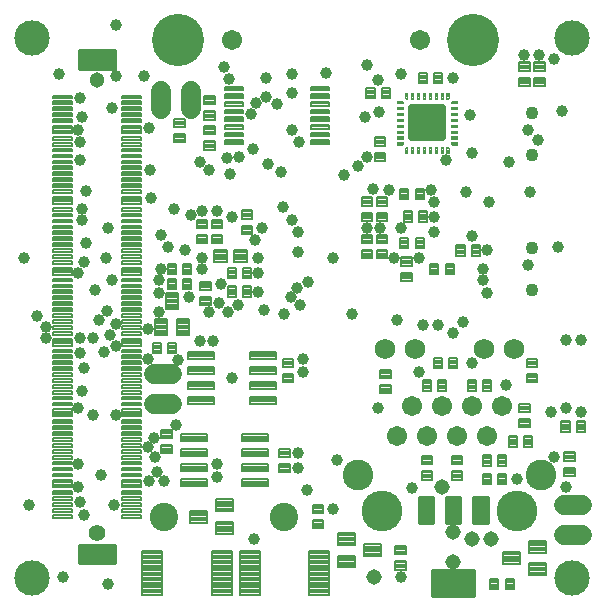
<source format=gbs>
G75*
G70*
%OFA0B0*%
%FSLAX24Y24*%
%IPPOS*%
%LPD*%
%AMOC8*
5,1,8,0,0,1.08239X$1,22.5*
%
%ADD10C,0.1182*%
%ADD11C,0.0082*%
%ADD12C,0.0197*%
%ADD13C,0.0040*%
%ADD14C,0.0082*%
%ADD15C,0.0081*%
%ADD16C,0.1025*%
%ADD17C,0.1360*%
%ADD18C,0.0671*%
%ADD19C,0.0680*%
%ADD20C,0.1740*%
%ADD21C,0.0434*%
%ADD22C,0.0081*%
%ADD23C,0.0082*%
%ADD24C,0.0680*%
%ADD25C,0.0084*%
%ADD26C,0.0085*%
%ADD27C,0.0946*%
%ADD28C,0.0085*%
%ADD29C,0.0080*%
%ADD30C,0.0552*%
%ADD31C,0.0513*%
%ADD32C,0.0390*%
%ADD33C,0.0516*%
D10*
X001496Y002161D03*
X001496Y020165D03*
X019500Y020165D03*
X019500Y002161D03*
D11*
X011400Y003047D02*
X010734Y003047D01*
X011400Y003047D02*
X011400Y001593D01*
X010734Y001593D01*
X010734Y003047D01*
X010734Y001674D02*
X011400Y001674D01*
X011400Y001755D02*
X010734Y001755D01*
X010734Y001836D02*
X011400Y001836D01*
X011400Y001917D02*
X010734Y001917D01*
X010734Y001998D02*
X011400Y001998D01*
X011400Y002079D02*
X010734Y002079D01*
X010734Y002160D02*
X011400Y002160D01*
X011400Y002241D02*
X010734Y002241D01*
X010734Y002322D02*
X011400Y002322D01*
X011400Y002403D02*
X010734Y002403D01*
X010734Y002484D02*
X011400Y002484D01*
X011400Y002565D02*
X010734Y002565D01*
X010734Y002646D02*
X011400Y002646D01*
X011400Y002727D02*
X010734Y002727D01*
X010734Y002808D02*
X011400Y002808D01*
X011400Y002889D02*
X010734Y002889D01*
X010734Y002970D02*
X011400Y002970D01*
X009077Y003047D02*
X008411Y003047D01*
X009077Y003047D02*
X009077Y001593D01*
X008411Y001593D01*
X008411Y003047D01*
X008411Y001674D02*
X009077Y001674D01*
X009077Y001755D02*
X008411Y001755D01*
X008411Y001836D02*
X009077Y001836D01*
X009077Y001917D02*
X008411Y001917D01*
X008411Y001998D02*
X009077Y001998D01*
X009077Y002079D02*
X008411Y002079D01*
X008411Y002160D02*
X009077Y002160D01*
X009077Y002241D02*
X008411Y002241D01*
X008411Y002322D02*
X009077Y002322D01*
X009077Y002403D02*
X008411Y002403D01*
X008411Y002484D02*
X009077Y002484D01*
X009077Y002565D02*
X008411Y002565D01*
X008411Y002646D02*
X009077Y002646D01*
X009077Y002727D02*
X008411Y002727D01*
X008411Y002808D02*
X009077Y002808D01*
X009077Y002889D02*
X008411Y002889D01*
X008411Y002970D02*
X009077Y002970D01*
X008150Y003047D02*
X007484Y003047D01*
X008150Y003047D02*
X008150Y001593D01*
X007484Y001593D01*
X007484Y003047D01*
X007484Y001674D02*
X008150Y001674D01*
X008150Y001755D02*
X007484Y001755D01*
X007484Y001836D02*
X008150Y001836D01*
X008150Y001917D02*
X007484Y001917D01*
X007484Y001998D02*
X008150Y001998D01*
X008150Y002079D02*
X007484Y002079D01*
X007484Y002160D02*
X008150Y002160D01*
X008150Y002241D02*
X007484Y002241D01*
X007484Y002322D02*
X008150Y002322D01*
X008150Y002403D02*
X007484Y002403D01*
X007484Y002484D02*
X008150Y002484D01*
X008150Y002565D02*
X007484Y002565D01*
X007484Y002646D02*
X008150Y002646D01*
X008150Y002727D02*
X007484Y002727D01*
X007484Y002808D02*
X008150Y002808D01*
X008150Y002889D02*
X007484Y002889D01*
X007484Y002970D02*
X008150Y002970D01*
X005827Y003047D02*
X005161Y003047D01*
X005827Y003047D02*
X005827Y001593D01*
X005161Y001593D01*
X005161Y003047D01*
X005161Y001674D02*
X005827Y001674D01*
X005827Y001755D02*
X005161Y001755D01*
X005161Y001836D02*
X005827Y001836D01*
X005827Y001917D02*
X005161Y001917D01*
X005161Y001998D02*
X005827Y001998D01*
X005827Y002079D02*
X005161Y002079D01*
X005161Y002160D02*
X005827Y002160D01*
X005827Y002241D02*
X005161Y002241D01*
X005161Y002322D02*
X005827Y002322D01*
X005827Y002403D02*
X005161Y002403D01*
X005161Y002484D02*
X005827Y002484D01*
X005827Y002565D02*
X005161Y002565D01*
X005161Y002646D02*
X005827Y002646D01*
X005827Y002727D02*
X005161Y002727D01*
X005161Y002808D02*
X005827Y002808D01*
X005827Y002889D02*
X005161Y002889D01*
X005161Y002970D02*
X005827Y002970D01*
D12*
X014133Y016799D02*
X015177Y016799D01*
X015177Y017842D01*
X014133Y017842D01*
X014133Y016799D01*
X014133Y016952D02*
X015177Y016952D01*
X015177Y017147D02*
X014133Y017147D01*
X014133Y017343D02*
X015177Y017343D01*
X015177Y017538D02*
X014133Y017538D01*
X014133Y017733D02*
X015177Y017733D01*
D13*
X015462Y017773D02*
X015659Y017773D01*
X015659Y017852D01*
X015462Y017852D01*
X015462Y017773D01*
X015462Y017778D02*
X015659Y017778D01*
X015659Y017817D02*
X015462Y017817D01*
X015462Y017970D02*
X015659Y017970D01*
X015659Y018049D01*
X015482Y018049D01*
X015462Y018029D01*
X015462Y017970D01*
X015462Y017971D02*
X015659Y017971D01*
X015659Y018010D02*
X015462Y018010D01*
X015481Y018048D02*
X015659Y018048D01*
X015659Y017655D02*
X015462Y017655D01*
X015462Y017576D01*
X015659Y017576D01*
X015659Y017655D01*
X015659Y017624D02*
X015462Y017624D01*
X015462Y017586D02*
X015659Y017586D01*
X015659Y017458D02*
X015659Y017379D01*
X015462Y017379D01*
X015462Y017458D01*
X015659Y017458D01*
X015659Y017431D02*
X015462Y017431D01*
X015462Y017393D02*
X015659Y017393D01*
X015659Y017261D02*
X015462Y017261D01*
X015462Y017183D01*
X015659Y017183D01*
X015659Y017261D01*
X015659Y017239D02*
X015462Y017239D01*
X015462Y017200D02*
X015659Y017200D01*
X015659Y017064D02*
X015462Y017064D01*
X015462Y016986D01*
X015659Y016986D01*
X015659Y017064D01*
X015659Y017046D02*
X015462Y017046D01*
X015462Y017007D02*
X015659Y017007D01*
X015659Y016868D02*
X015462Y016868D01*
X015462Y016789D01*
X015659Y016789D01*
X015659Y016868D01*
X015659Y016853D02*
X015462Y016853D01*
X015462Y016815D02*
X015659Y016815D01*
X015659Y016671D02*
X015659Y016592D01*
X015482Y016592D01*
X015462Y016612D01*
X015462Y016671D01*
X015659Y016671D01*
X015659Y016661D02*
X015462Y016661D01*
X015462Y016622D02*
X015659Y016622D01*
X015383Y016494D02*
X015383Y016316D01*
X015305Y016316D01*
X015305Y016513D01*
X015364Y016513D01*
X015383Y016494D01*
X015371Y016506D02*
X015305Y016506D01*
X015305Y016468D02*
X015383Y016468D01*
X015383Y016429D02*
X015305Y016429D01*
X015305Y016391D02*
X015383Y016391D01*
X015383Y016352D02*
X015305Y016352D01*
X015187Y016352D02*
X015108Y016352D01*
X015108Y016316D02*
X015187Y016316D01*
X015187Y016513D01*
X015108Y016513D01*
X015108Y016316D01*
X015108Y016391D02*
X015187Y016391D01*
X015187Y016429D02*
X015108Y016429D01*
X015108Y016468D02*
X015187Y016468D01*
X015187Y016506D02*
X015108Y016506D01*
X014990Y016506D02*
X014911Y016506D01*
X014911Y016513D02*
X014911Y016316D01*
X014990Y016316D01*
X014990Y016513D01*
X014911Y016513D01*
X014911Y016468D02*
X014990Y016468D01*
X014990Y016429D02*
X014911Y016429D01*
X014911Y016391D02*
X014990Y016391D01*
X014990Y016352D02*
X014911Y016352D01*
X014793Y016352D02*
X014714Y016352D01*
X014714Y016316D02*
X014793Y016316D01*
X014793Y016513D01*
X014714Y016513D01*
X014714Y016316D01*
X014714Y016391D02*
X014793Y016391D01*
X014793Y016429D02*
X014714Y016429D01*
X014714Y016468D02*
X014793Y016468D01*
X014793Y016506D02*
X014714Y016506D01*
X014596Y016506D02*
X014517Y016506D01*
X014517Y016513D02*
X014517Y016316D01*
X014596Y016316D01*
X014596Y016513D01*
X014517Y016513D01*
X014517Y016468D02*
X014596Y016468D01*
X014596Y016429D02*
X014517Y016429D01*
X014517Y016391D02*
X014596Y016391D01*
X014596Y016352D02*
X014517Y016352D01*
X014399Y016352D02*
X014320Y016352D01*
X014320Y016316D02*
X014399Y016316D01*
X014399Y016513D01*
X014320Y016513D01*
X014320Y016316D01*
X014320Y016391D02*
X014399Y016391D01*
X014399Y016429D02*
X014320Y016429D01*
X014320Y016468D02*
X014399Y016468D01*
X014399Y016506D02*
X014320Y016506D01*
X014202Y016506D02*
X014124Y016506D01*
X014124Y016513D02*
X014124Y016316D01*
X014202Y016316D01*
X014202Y016513D01*
X014124Y016513D01*
X014124Y016468D02*
X014202Y016468D01*
X014202Y016429D02*
X014124Y016429D01*
X014124Y016391D02*
X014202Y016391D01*
X014202Y016352D02*
X014124Y016352D01*
X014006Y016352D02*
X013927Y016352D01*
X013927Y016316D02*
X014006Y016316D01*
X014006Y016513D01*
X013946Y016513D01*
X013927Y016494D01*
X013927Y016316D01*
X013927Y016391D02*
X014006Y016391D01*
X014006Y016429D02*
X013927Y016429D01*
X013927Y016468D02*
X014006Y016468D01*
X014006Y016506D02*
X013940Y016506D01*
X013848Y016612D02*
X013848Y016671D01*
X013651Y016671D01*
X013651Y016592D01*
X013828Y016592D01*
X013848Y016612D01*
X013848Y016622D02*
X013651Y016622D01*
X013651Y016661D02*
X013848Y016661D01*
X013848Y016789D02*
X013651Y016789D01*
X013651Y016868D01*
X013848Y016868D01*
X013848Y016789D01*
X013848Y016815D02*
X013651Y016815D01*
X013651Y016853D02*
X013848Y016853D01*
X013848Y016986D02*
X013651Y016986D01*
X013651Y017064D01*
X013848Y017064D01*
X013848Y016986D01*
X013848Y017007D02*
X013651Y017007D01*
X013651Y017046D02*
X013848Y017046D01*
X013848Y017183D02*
X013651Y017183D01*
X013651Y017261D01*
X013848Y017261D01*
X013848Y017183D01*
X013848Y017200D02*
X013651Y017200D01*
X013651Y017239D02*
X013848Y017239D01*
X013848Y017379D02*
X013848Y017458D01*
X013651Y017458D01*
X013651Y017379D01*
X013848Y017379D01*
X013848Y017393D02*
X013651Y017393D01*
X013651Y017431D02*
X013848Y017431D01*
X013848Y017576D02*
X013848Y017655D01*
X013651Y017655D01*
X013651Y017576D01*
X013848Y017576D01*
X013848Y017586D02*
X013651Y017586D01*
X013651Y017624D02*
X013848Y017624D01*
X013848Y017773D02*
X013848Y017852D01*
X013651Y017852D01*
X013651Y017773D01*
X013848Y017773D01*
X013848Y017778D02*
X013651Y017778D01*
X013651Y017817D02*
X013848Y017817D01*
X013848Y017970D02*
X013651Y017970D01*
X013651Y018049D01*
X013828Y018049D01*
X013848Y018029D01*
X013848Y017970D01*
X013848Y017971D02*
X013651Y017971D01*
X013651Y018010D02*
X013848Y018010D01*
X013829Y018048D02*
X013651Y018048D01*
X013927Y018147D02*
X013946Y018127D01*
X014006Y018127D01*
X014006Y018324D01*
X013927Y018324D01*
X013927Y018147D01*
X013927Y018164D02*
X014006Y018164D01*
X014006Y018202D02*
X013927Y018202D01*
X013927Y018241D02*
X014006Y018241D01*
X014006Y018279D02*
X013927Y018279D01*
X013927Y018318D02*
X014006Y018318D01*
X014124Y018318D02*
X014202Y018318D01*
X014202Y018324D02*
X014124Y018324D01*
X014124Y018127D01*
X014202Y018127D01*
X014202Y018324D01*
X014202Y018279D02*
X014124Y018279D01*
X014124Y018241D02*
X014202Y018241D01*
X014202Y018202D02*
X014124Y018202D01*
X014124Y018164D02*
X014202Y018164D01*
X014320Y018164D02*
X014399Y018164D01*
X014399Y018127D02*
X014399Y018324D01*
X014320Y018324D01*
X014320Y018127D01*
X014399Y018127D01*
X014399Y018202D02*
X014320Y018202D01*
X014320Y018241D02*
X014399Y018241D01*
X014399Y018279D02*
X014320Y018279D01*
X014320Y018318D02*
X014399Y018318D01*
X014517Y018318D02*
X014596Y018318D01*
X014596Y018324D02*
X014517Y018324D01*
X014517Y018127D01*
X014596Y018127D01*
X014596Y018324D01*
X014596Y018279D02*
X014517Y018279D01*
X014517Y018241D02*
X014596Y018241D01*
X014596Y018202D02*
X014517Y018202D01*
X014517Y018164D02*
X014596Y018164D01*
X014714Y018164D02*
X014793Y018164D01*
X014793Y018127D02*
X014793Y018324D01*
X014714Y018324D01*
X014714Y018127D01*
X014793Y018127D01*
X014793Y018202D02*
X014714Y018202D01*
X014714Y018241D02*
X014793Y018241D01*
X014793Y018279D02*
X014714Y018279D01*
X014714Y018318D02*
X014793Y018318D01*
X014911Y018318D02*
X014990Y018318D01*
X014990Y018324D02*
X014911Y018324D01*
X014911Y018127D01*
X014990Y018127D01*
X014990Y018324D01*
X014990Y018279D02*
X014911Y018279D01*
X014911Y018241D02*
X014990Y018241D01*
X014990Y018202D02*
X014911Y018202D01*
X014911Y018164D02*
X014990Y018164D01*
X015108Y018164D02*
X015187Y018164D01*
X015187Y018127D02*
X015187Y018324D01*
X015108Y018324D01*
X015108Y018127D01*
X015187Y018127D01*
X015187Y018202D02*
X015108Y018202D01*
X015108Y018241D02*
X015187Y018241D01*
X015187Y018279D02*
X015108Y018279D01*
X015108Y018318D02*
X015187Y018318D01*
X015305Y018318D02*
X015383Y018318D01*
X015383Y018324D02*
X015305Y018324D01*
X015305Y018127D01*
X015364Y018127D01*
X015383Y018147D01*
X015383Y018324D01*
X015383Y018279D02*
X015305Y018279D01*
X015305Y018241D02*
X015383Y018241D01*
X015383Y018202D02*
X015305Y018202D01*
X015305Y018164D02*
X015383Y018164D01*
D14*
X015173Y018996D02*
X014899Y018996D01*
X015173Y018996D02*
X015173Y018644D01*
X014899Y018644D01*
X014899Y018996D01*
X014899Y018725D02*
X015173Y018725D01*
X015173Y018806D02*
X014899Y018806D01*
X014899Y018887D02*
X015173Y018887D01*
X015173Y018968D02*
X014899Y018968D01*
X014661Y018996D02*
X014387Y018996D01*
X014661Y018996D02*
X014661Y018644D01*
X014387Y018644D01*
X014387Y018996D01*
X014387Y018725D02*
X014661Y018725D01*
X014661Y018806D02*
X014387Y018806D01*
X014387Y018887D02*
X014661Y018887D01*
X014661Y018968D02*
X014387Y018968D01*
X013423Y018144D02*
X013149Y018144D01*
X013149Y018496D01*
X013423Y018496D01*
X013423Y018144D01*
X013423Y018225D02*
X013149Y018225D01*
X013149Y018306D02*
X013423Y018306D01*
X013423Y018387D02*
X013149Y018387D01*
X013149Y018468D02*
X013423Y018468D01*
X012911Y018144D02*
X012637Y018144D01*
X012637Y018496D01*
X012911Y018496D01*
X012911Y018144D01*
X012911Y018225D02*
X012637Y018225D01*
X012637Y018306D02*
X012911Y018306D01*
X012911Y018387D02*
X012637Y018387D01*
X012637Y018468D02*
X012911Y018468D01*
X012917Y016838D02*
X012917Y016564D01*
X012917Y016838D02*
X013269Y016838D01*
X013269Y016564D01*
X012917Y016564D01*
X012917Y016645D02*
X013269Y016645D01*
X013269Y016726D02*
X012917Y016726D01*
X012917Y016807D02*
X013269Y016807D01*
X012917Y016326D02*
X012917Y016052D01*
X012917Y016326D02*
X013269Y016326D01*
X013269Y016052D01*
X012917Y016052D01*
X012917Y016133D02*
X013269Y016133D01*
X013269Y016214D02*
X012917Y016214D01*
X012917Y016295D02*
X013269Y016295D01*
X013762Y015121D02*
X014036Y015121D01*
X014036Y014769D01*
X013762Y014769D01*
X013762Y015121D01*
X013762Y014850D02*
X014036Y014850D01*
X014036Y014931D02*
X013762Y014931D01*
X013762Y015012D02*
X014036Y015012D01*
X014036Y015093D02*
X013762Y015093D01*
X014274Y015121D02*
X014548Y015121D01*
X014548Y014769D01*
X014274Y014769D01*
X014274Y015121D01*
X014274Y014850D02*
X014548Y014850D01*
X014548Y014931D02*
X014274Y014931D01*
X014274Y015012D02*
X014548Y015012D01*
X014548Y015093D02*
X014274Y015093D01*
X014161Y014371D02*
X013887Y014371D01*
X014161Y014371D02*
X014161Y014019D01*
X013887Y014019D01*
X013887Y014371D01*
X013887Y014100D02*
X014161Y014100D01*
X014161Y014181D02*
X013887Y014181D01*
X013887Y014262D02*
X014161Y014262D01*
X014161Y014343D02*
X013887Y014343D01*
X014399Y014371D02*
X014673Y014371D01*
X014673Y014019D01*
X014399Y014019D01*
X014399Y014371D01*
X014399Y014100D02*
X014673Y014100D01*
X014673Y014181D02*
X014399Y014181D01*
X014399Y014262D02*
X014673Y014262D01*
X014673Y014343D02*
X014399Y014343D01*
X014274Y013496D02*
X014548Y013496D01*
X014548Y013144D01*
X014274Y013144D01*
X014274Y013496D01*
X014274Y013225D02*
X014548Y013225D01*
X014548Y013306D02*
X014274Y013306D01*
X014274Y013387D02*
X014548Y013387D01*
X014548Y013468D02*
X014274Y013468D01*
X014036Y013496D02*
X013762Y013496D01*
X014036Y013496D02*
X014036Y013144D01*
X013762Y013144D01*
X013762Y013496D01*
X013762Y013225D02*
X014036Y013225D01*
X014036Y013306D02*
X013762Y013306D01*
X013762Y013387D02*
X014036Y013387D01*
X014036Y013468D02*
X013762Y013468D01*
X012979Y013588D02*
X012979Y013314D01*
X012979Y013588D02*
X013331Y013588D01*
X013331Y013314D01*
X012979Y013314D01*
X012979Y013395D02*
X013331Y013395D01*
X013331Y013476D02*
X012979Y013476D01*
X012979Y013557D02*
X013331Y013557D01*
X012979Y013076D02*
X012979Y012802D01*
X012979Y013076D02*
X013331Y013076D01*
X013331Y012802D01*
X012979Y012802D01*
X012979Y012883D02*
X013331Y012883D01*
X013331Y012964D02*
X012979Y012964D01*
X012979Y013045D02*
X013331Y013045D01*
X012479Y013076D02*
X012479Y012802D01*
X012479Y013076D02*
X012831Y013076D01*
X012831Y012802D01*
X012479Y012802D01*
X012479Y012883D02*
X012831Y012883D01*
X012831Y012964D02*
X012479Y012964D01*
X012479Y013045D02*
X012831Y013045D01*
X012479Y013314D02*
X012479Y013588D01*
X012831Y013588D01*
X012831Y013314D01*
X012479Y013314D01*
X012479Y013395D02*
X012831Y013395D01*
X012831Y013476D02*
X012479Y013476D01*
X012479Y013557D02*
X012831Y013557D01*
X012479Y014052D02*
X012479Y014326D01*
X012831Y014326D01*
X012831Y014052D01*
X012479Y014052D01*
X012479Y014133D02*
X012831Y014133D01*
X012831Y014214D02*
X012479Y014214D01*
X012479Y014295D02*
X012831Y014295D01*
X012479Y014564D02*
X012479Y014838D01*
X012831Y014838D01*
X012831Y014564D01*
X012479Y014564D01*
X012479Y014645D02*
X012831Y014645D01*
X012831Y014726D02*
X012479Y014726D01*
X012479Y014807D02*
X012831Y014807D01*
X012979Y014838D02*
X012979Y014564D01*
X012979Y014838D02*
X013331Y014838D01*
X013331Y014564D01*
X012979Y014564D01*
X012979Y014645D02*
X013331Y014645D01*
X013331Y014726D02*
X012979Y014726D01*
X012979Y014807D02*
X013331Y014807D01*
X012979Y014326D02*
X012979Y014052D01*
X012979Y014326D02*
X013331Y014326D01*
X013331Y014052D01*
X012979Y014052D01*
X012979Y014133D02*
X013331Y014133D01*
X013331Y014214D02*
X012979Y014214D01*
X012979Y014295D02*
X013331Y014295D01*
X013792Y012838D02*
X013792Y012564D01*
X013792Y012838D02*
X014144Y012838D01*
X014144Y012564D01*
X013792Y012564D01*
X013792Y012645D02*
X014144Y012645D01*
X014144Y012726D02*
X013792Y012726D01*
X013792Y012807D02*
X014144Y012807D01*
X013792Y012326D02*
X013792Y012052D01*
X013792Y012326D02*
X014144Y012326D01*
X014144Y012052D01*
X013792Y012052D01*
X013792Y012133D02*
X014144Y012133D01*
X014144Y012214D02*
X013792Y012214D01*
X013792Y012295D02*
X014144Y012295D01*
X014762Y012621D02*
X015036Y012621D01*
X015036Y012269D01*
X014762Y012269D01*
X014762Y012621D01*
X014762Y012350D02*
X015036Y012350D01*
X015036Y012431D02*
X014762Y012431D01*
X014762Y012512D02*
X015036Y012512D01*
X015036Y012593D02*
X014762Y012593D01*
X015274Y012621D02*
X015548Y012621D01*
X015548Y012269D01*
X015274Y012269D01*
X015274Y012621D01*
X015274Y012350D02*
X015548Y012350D01*
X015548Y012431D02*
X015274Y012431D01*
X015274Y012512D02*
X015548Y012512D01*
X015548Y012593D02*
X015274Y012593D01*
X015637Y013246D02*
X015911Y013246D01*
X015911Y012894D01*
X015637Y012894D01*
X015637Y013246D01*
X015637Y012975D02*
X015911Y012975D01*
X015911Y013056D02*
X015637Y013056D01*
X015637Y013137D02*
X015911Y013137D01*
X015911Y013218D02*
X015637Y013218D01*
X016149Y013246D02*
X016423Y013246D01*
X016423Y012894D01*
X016149Y012894D01*
X016149Y013246D01*
X016149Y012975D02*
X016423Y012975D01*
X016423Y013056D02*
X016149Y013056D01*
X016149Y013137D02*
X016423Y013137D01*
X016423Y013218D02*
X016149Y013218D01*
X015673Y009144D02*
X015399Y009144D01*
X015399Y009496D01*
X015673Y009496D01*
X015673Y009144D01*
X015673Y009225D02*
X015399Y009225D01*
X015399Y009306D02*
X015673Y009306D01*
X015673Y009387D02*
X015399Y009387D01*
X015399Y009468D02*
X015673Y009468D01*
X015161Y009144D02*
X014887Y009144D01*
X014887Y009496D01*
X015161Y009496D01*
X015161Y009144D01*
X015161Y009225D02*
X014887Y009225D01*
X014887Y009306D02*
X015161Y009306D01*
X015161Y009387D02*
X014887Y009387D01*
X014887Y009468D02*
X015161Y009468D01*
X015024Y008746D02*
X015298Y008746D01*
X015298Y008394D01*
X015024Y008394D01*
X015024Y008746D01*
X015024Y008475D02*
X015298Y008475D01*
X015298Y008556D02*
X015024Y008556D01*
X015024Y008637D02*
X015298Y008637D01*
X015298Y008718D02*
X015024Y008718D01*
X014786Y008746D02*
X014512Y008746D01*
X014786Y008746D02*
X014786Y008394D01*
X014512Y008394D01*
X014512Y008746D01*
X014512Y008475D02*
X014786Y008475D01*
X014786Y008556D02*
X014512Y008556D01*
X014512Y008637D02*
X014786Y008637D01*
X014786Y008718D02*
X014512Y008718D01*
X013104Y008814D02*
X013104Y009088D01*
X013456Y009088D01*
X013456Y008814D01*
X013104Y008814D01*
X013104Y008895D02*
X013456Y008895D01*
X013456Y008976D02*
X013104Y008976D01*
X013104Y009057D02*
X013456Y009057D01*
X013104Y008576D02*
X013104Y008302D01*
X013104Y008576D02*
X013456Y008576D01*
X013456Y008302D01*
X013104Y008302D01*
X013104Y008383D02*
X013456Y008383D01*
X013456Y008464D02*
X013104Y008464D01*
X013104Y008545D02*
X013456Y008545D01*
X014479Y006213D02*
X014479Y005939D01*
X014479Y006213D02*
X014831Y006213D01*
X014831Y005939D01*
X014479Y005939D01*
X014479Y006020D02*
X014831Y006020D01*
X014831Y006101D02*
X014479Y006101D01*
X014479Y006182D02*
X014831Y006182D01*
X014479Y005701D02*
X014479Y005427D01*
X014479Y005701D02*
X014831Y005701D01*
X014831Y005427D01*
X014479Y005427D01*
X014479Y005508D02*
X014831Y005508D01*
X014831Y005589D02*
X014479Y005589D01*
X014479Y005670D02*
X014831Y005670D01*
X015479Y005701D02*
X015479Y005427D01*
X015479Y005701D02*
X015831Y005701D01*
X015831Y005427D01*
X015479Y005427D01*
X015479Y005508D02*
X015831Y005508D01*
X015831Y005589D02*
X015479Y005589D01*
X015479Y005670D02*
X015831Y005670D01*
X015479Y005939D02*
X015479Y006213D01*
X015831Y006213D01*
X015831Y005939D01*
X015479Y005939D01*
X015479Y006020D02*
X015831Y006020D01*
X015831Y006101D02*
X015479Y006101D01*
X015479Y006182D02*
X015831Y006182D01*
X016512Y005894D02*
X016786Y005894D01*
X016512Y005894D02*
X016512Y006246D01*
X016786Y006246D01*
X016786Y005894D01*
X016786Y005975D02*
X016512Y005975D01*
X016512Y006056D02*
X016786Y006056D01*
X016786Y006137D02*
X016512Y006137D01*
X016512Y006218D02*
X016786Y006218D01*
X017024Y005894D02*
X017298Y005894D01*
X017024Y005894D02*
X017024Y006246D01*
X017298Y006246D01*
X017298Y005894D01*
X017298Y005975D02*
X017024Y005975D01*
X017024Y006056D02*
X017298Y006056D01*
X017298Y006137D02*
X017024Y006137D01*
X017024Y006218D02*
X017298Y006218D01*
X017387Y006519D02*
X017661Y006519D01*
X017387Y006519D02*
X017387Y006871D01*
X017661Y006871D01*
X017661Y006519D01*
X017661Y006600D02*
X017387Y006600D01*
X017387Y006681D02*
X017661Y006681D01*
X017661Y006762D02*
X017387Y006762D01*
X017387Y006843D02*
X017661Y006843D01*
X017899Y006519D02*
X018173Y006519D01*
X017899Y006519D02*
X017899Y006871D01*
X018173Y006871D01*
X018173Y006519D01*
X018173Y006600D02*
X017899Y006600D01*
X017899Y006681D02*
X018173Y006681D01*
X018173Y006762D02*
X017899Y006762D01*
X017899Y006843D02*
X018173Y006843D01*
X017729Y007177D02*
X017729Y007451D01*
X018081Y007451D01*
X018081Y007177D01*
X017729Y007177D01*
X017729Y007258D02*
X018081Y007258D01*
X018081Y007339D02*
X017729Y007339D01*
X017729Y007420D02*
X018081Y007420D01*
X017729Y007689D02*
X017729Y007963D01*
X018081Y007963D01*
X018081Y007689D01*
X017729Y007689D01*
X017729Y007770D02*
X018081Y007770D01*
X018081Y007851D02*
X017729Y007851D01*
X017729Y007932D02*
X018081Y007932D01*
X017979Y008677D02*
X017979Y008951D01*
X018331Y008951D01*
X018331Y008677D01*
X017979Y008677D01*
X017979Y008758D02*
X018331Y008758D01*
X018331Y008839D02*
X017979Y008839D01*
X017979Y008920D02*
X018331Y008920D01*
X017979Y009189D02*
X017979Y009463D01*
X018331Y009463D01*
X018331Y009189D01*
X017979Y009189D01*
X017979Y009270D02*
X018331Y009270D01*
X018331Y009351D02*
X017979Y009351D01*
X017979Y009432D02*
X018331Y009432D01*
X016798Y008394D02*
X016524Y008394D01*
X016524Y008746D01*
X016798Y008746D01*
X016798Y008394D01*
X016798Y008475D02*
X016524Y008475D01*
X016524Y008556D02*
X016798Y008556D01*
X016798Y008637D02*
X016524Y008637D01*
X016524Y008718D02*
X016798Y008718D01*
X016286Y008394D02*
X016012Y008394D01*
X016012Y008746D01*
X016286Y008746D01*
X016286Y008394D01*
X016286Y008475D02*
X016012Y008475D01*
X016012Y008556D02*
X016286Y008556D01*
X016286Y008637D02*
X016012Y008637D01*
X016012Y008718D02*
X016286Y008718D01*
X016512Y005269D02*
X016786Y005269D01*
X016512Y005269D02*
X016512Y005621D01*
X016786Y005621D01*
X016786Y005269D01*
X016786Y005350D02*
X016512Y005350D01*
X016512Y005431D02*
X016786Y005431D01*
X016786Y005512D02*
X016512Y005512D01*
X016512Y005593D02*
X016786Y005593D01*
X017024Y005269D02*
X017298Y005269D01*
X017024Y005269D02*
X017024Y005621D01*
X017298Y005621D01*
X017298Y005269D01*
X017298Y005350D02*
X017024Y005350D01*
X017024Y005431D02*
X017298Y005431D01*
X017298Y005512D02*
X017024Y005512D01*
X017024Y005593D02*
X017298Y005593D01*
X019137Y007371D02*
X019411Y007371D01*
X019411Y007019D01*
X019137Y007019D01*
X019137Y007371D01*
X019137Y007100D02*
X019411Y007100D01*
X019411Y007181D02*
X019137Y007181D01*
X019137Y007262D02*
X019411Y007262D01*
X019411Y007343D02*
X019137Y007343D01*
X019649Y007371D02*
X019923Y007371D01*
X019923Y007019D01*
X019649Y007019D01*
X019649Y007371D01*
X019649Y007100D02*
X019923Y007100D01*
X019923Y007181D02*
X019649Y007181D01*
X019649Y007262D02*
X019923Y007262D01*
X019923Y007343D02*
X019649Y007343D01*
X019229Y006338D02*
X019229Y006064D01*
X019229Y006338D02*
X019581Y006338D01*
X019581Y006064D01*
X019229Y006064D01*
X019229Y006145D02*
X019581Y006145D01*
X019581Y006226D02*
X019229Y006226D01*
X019229Y006307D02*
X019581Y006307D01*
X019229Y005826D02*
X019229Y005552D01*
X019229Y005826D02*
X019581Y005826D01*
X019581Y005552D01*
X019229Y005552D01*
X019229Y005633D02*
X019581Y005633D01*
X019581Y005714D02*
X019229Y005714D01*
X019229Y005795D02*
X019581Y005795D01*
X017548Y002121D02*
X017274Y002121D01*
X017548Y002121D02*
X017548Y001769D01*
X017274Y001769D01*
X017274Y002121D01*
X017274Y001850D02*
X017548Y001850D01*
X017548Y001931D02*
X017274Y001931D01*
X017274Y002012D02*
X017548Y002012D01*
X017548Y002093D02*
X017274Y002093D01*
X017036Y002121D02*
X016762Y002121D01*
X017036Y002121D02*
X017036Y001769D01*
X016762Y001769D01*
X016762Y002121D01*
X016762Y001850D02*
X017036Y001850D01*
X017036Y001931D02*
X016762Y001931D01*
X016762Y002012D02*
X017036Y002012D01*
X017036Y002093D02*
X016762Y002093D01*
X013604Y002427D02*
X013604Y002701D01*
X013956Y002701D01*
X013956Y002427D01*
X013604Y002427D01*
X013604Y002508D02*
X013956Y002508D01*
X013956Y002589D02*
X013604Y002589D01*
X013604Y002670D02*
X013956Y002670D01*
X013604Y002939D02*
X013604Y003213D01*
X013956Y003213D01*
X013956Y002939D01*
X013604Y002939D01*
X013604Y003020D02*
X013956Y003020D01*
X013956Y003101D02*
X013604Y003101D01*
X013604Y003182D02*
X013956Y003182D01*
X011206Y003802D02*
X011206Y004076D01*
X011206Y003802D02*
X010854Y003802D01*
X010854Y004076D01*
X011206Y004076D01*
X011206Y003883D02*
X010854Y003883D01*
X010854Y003964D02*
X011206Y003964D01*
X011206Y004045D02*
X010854Y004045D01*
X011206Y004314D02*
X011206Y004588D01*
X011206Y004314D02*
X010854Y004314D01*
X010854Y004588D01*
X011206Y004588D01*
X011206Y004395D02*
X010854Y004395D01*
X010854Y004476D02*
X011206Y004476D01*
X011206Y004557D02*
X010854Y004557D01*
X010081Y005677D02*
X010081Y005951D01*
X010081Y005677D02*
X009729Y005677D01*
X009729Y005951D01*
X010081Y005951D01*
X010081Y005758D02*
X009729Y005758D01*
X009729Y005839D02*
X010081Y005839D01*
X010081Y005920D02*
X009729Y005920D01*
X010081Y006189D02*
X010081Y006463D01*
X010081Y006189D02*
X009729Y006189D01*
X009729Y006463D01*
X010081Y006463D01*
X010081Y006270D02*
X009729Y006270D01*
X009729Y006351D02*
X010081Y006351D01*
X010081Y006432D02*
X009729Y006432D01*
X010206Y008677D02*
X010206Y008951D01*
X010206Y008677D02*
X009854Y008677D01*
X009854Y008951D01*
X010206Y008951D01*
X010206Y008758D02*
X009854Y008758D01*
X009854Y008839D02*
X010206Y008839D01*
X010206Y008920D02*
X009854Y008920D01*
X010206Y009189D02*
X010206Y009463D01*
X010206Y009189D02*
X009854Y009189D01*
X009854Y009463D01*
X010206Y009463D01*
X010206Y009270D02*
X009854Y009270D01*
X009854Y009351D02*
X010206Y009351D01*
X010206Y009432D02*
X009854Y009432D01*
X008798Y011871D02*
X008524Y011871D01*
X008798Y011871D02*
X008798Y011519D01*
X008524Y011519D01*
X008524Y011871D01*
X008524Y011600D02*
X008798Y011600D01*
X008798Y011681D02*
X008524Y011681D01*
X008524Y011762D02*
X008798Y011762D01*
X008798Y011843D02*
X008524Y011843D01*
X008286Y011871D02*
X008012Y011871D01*
X008286Y011871D02*
X008286Y011519D01*
X008012Y011519D01*
X008012Y011871D01*
X008012Y011600D02*
X008286Y011600D01*
X008286Y011681D02*
X008012Y011681D01*
X008012Y011762D02*
X008286Y011762D01*
X008286Y011843D02*
X008012Y011843D01*
X008012Y012496D02*
X008286Y012496D01*
X008286Y012144D01*
X008012Y012144D01*
X008012Y012496D01*
X008012Y012225D02*
X008286Y012225D01*
X008286Y012306D02*
X008012Y012306D01*
X008012Y012387D02*
X008286Y012387D01*
X008286Y012468D02*
X008012Y012468D01*
X008524Y012496D02*
X008798Y012496D01*
X008798Y012144D01*
X008524Y012144D01*
X008524Y012496D01*
X008524Y012225D02*
X008798Y012225D01*
X008798Y012306D02*
X008524Y012306D01*
X008524Y012387D02*
X008798Y012387D01*
X008798Y012468D02*
X008524Y012468D01*
X007479Y013302D02*
X007479Y013576D01*
X007831Y013576D01*
X007831Y013302D01*
X007479Y013302D01*
X007479Y013383D02*
X007831Y013383D01*
X007831Y013464D02*
X007479Y013464D01*
X007479Y013545D02*
X007831Y013545D01*
X007479Y013814D02*
X007479Y014088D01*
X007831Y014088D01*
X007831Y013814D01*
X007479Y013814D01*
X007479Y013895D02*
X007831Y013895D01*
X007831Y013976D02*
X007479Y013976D01*
X007479Y014057D02*
X007831Y014057D01*
X006979Y014088D02*
X006979Y013814D01*
X006979Y014088D02*
X007331Y014088D01*
X007331Y013814D01*
X006979Y013814D01*
X006979Y013895D02*
X007331Y013895D01*
X007331Y013976D02*
X006979Y013976D01*
X006979Y014057D02*
X007331Y014057D01*
X006979Y013576D02*
X006979Y013302D01*
X006979Y013576D02*
X007331Y013576D01*
X007331Y013302D01*
X006979Y013302D01*
X006979Y013383D02*
X007331Y013383D01*
X007331Y013464D02*
X006979Y013464D01*
X006979Y013545D02*
X007331Y013545D01*
X006798Y012269D02*
X006524Y012269D01*
X006524Y012621D01*
X006798Y012621D01*
X006798Y012269D01*
X006798Y012350D02*
X006524Y012350D01*
X006524Y012431D02*
X006798Y012431D01*
X006798Y012512D02*
X006524Y012512D01*
X006524Y012593D02*
X006798Y012593D01*
X006798Y011769D02*
X006524Y011769D01*
X006524Y012121D01*
X006798Y012121D01*
X006798Y011769D01*
X006798Y011850D02*
X006524Y011850D01*
X006524Y011931D02*
X006798Y011931D01*
X006798Y012012D02*
X006524Y012012D01*
X006524Y012093D02*
X006798Y012093D01*
X007456Y012026D02*
X007456Y011752D01*
X007104Y011752D01*
X007104Y012026D01*
X007456Y012026D01*
X007456Y011833D02*
X007104Y011833D01*
X007104Y011914D02*
X007456Y011914D01*
X007456Y011995D02*
X007104Y011995D01*
X007456Y011514D02*
X007456Y011240D01*
X007104Y011240D01*
X007104Y011514D01*
X007456Y011514D01*
X007456Y011321D02*
X007104Y011321D01*
X007104Y011402D02*
X007456Y011402D01*
X007456Y011483D02*
X007104Y011483D01*
X006286Y011769D02*
X006012Y011769D01*
X006012Y012121D01*
X006286Y012121D01*
X006286Y011769D01*
X006286Y011850D02*
X006012Y011850D01*
X006012Y011931D02*
X006286Y011931D01*
X006286Y012012D02*
X006012Y012012D01*
X006012Y012093D02*
X006286Y012093D01*
X006286Y012269D02*
X006012Y012269D01*
X006012Y012621D01*
X006286Y012621D01*
X006286Y012269D01*
X006286Y012350D02*
X006012Y012350D01*
X006012Y012431D02*
X006286Y012431D01*
X006286Y012512D02*
X006012Y012512D01*
X006012Y012593D02*
X006286Y012593D01*
X006298Y009996D02*
X006024Y009996D01*
X006298Y009996D02*
X006298Y009644D01*
X006024Y009644D01*
X006024Y009996D01*
X006024Y009725D02*
X006298Y009725D01*
X006298Y009806D02*
X006024Y009806D01*
X006024Y009887D02*
X006298Y009887D01*
X006298Y009968D02*
X006024Y009968D01*
X005786Y009996D02*
X005512Y009996D01*
X005786Y009996D02*
X005786Y009644D01*
X005512Y009644D01*
X005512Y009996D01*
X005512Y009725D02*
X005786Y009725D01*
X005786Y009806D02*
X005512Y009806D01*
X005512Y009887D02*
X005786Y009887D01*
X005786Y009968D02*
X005512Y009968D01*
X005792Y007088D02*
X005792Y006814D01*
X005792Y007088D02*
X006144Y007088D01*
X006144Y006814D01*
X005792Y006814D01*
X005792Y006895D02*
X006144Y006895D01*
X006144Y006976D02*
X005792Y006976D01*
X005792Y007057D02*
X006144Y007057D01*
X005792Y006576D02*
X005792Y006302D01*
X005792Y006576D02*
X006144Y006576D01*
X006144Y006302D01*
X005792Y006302D01*
X005792Y006383D02*
X006144Y006383D01*
X006144Y006464D02*
X005792Y006464D01*
X005792Y006545D02*
X006144Y006545D01*
X008479Y013615D02*
X008479Y013889D01*
X008831Y013889D01*
X008831Y013615D01*
X008479Y013615D01*
X008479Y013696D02*
X008831Y013696D01*
X008831Y013777D02*
X008479Y013777D01*
X008479Y013858D02*
X008831Y013858D01*
X008479Y014127D02*
X008479Y014401D01*
X008831Y014401D01*
X008831Y014127D01*
X008479Y014127D01*
X008479Y014208D02*
X008831Y014208D01*
X008831Y014289D02*
X008479Y014289D01*
X008479Y014370D02*
X008831Y014370D01*
X007229Y016427D02*
X007229Y016701D01*
X007581Y016701D01*
X007581Y016427D01*
X007229Y016427D01*
X007229Y016508D02*
X007581Y016508D01*
X007581Y016589D02*
X007229Y016589D01*
X007229Y016670D02*
X007581Y016670D01*
X007229Y016939D02*
X007229Y017213D01*
X007581Y017213D01*
X007581Y016939D01*
X007229Y016939D01*
X007229Y017020D02*
X007581Y017020D01*
X007581Y017101D02*
X007229Y017101D01*
X007229Y017182D02*
X007581Y017182D01*
X007581Y017427D02*
X007581Y017701D01*
X007581Y017427D02*
X007229Y017427D01*
X007229Y017701D01*
X007581Y017701D01*
X007581Y017508D02*
X007229Y017508D01*
X007229Y017589D02*
X007581Y017589D01*
X007581Y017670D02*
X007229Y017670D01*
X007581Y017939D02*
X007581Y018213D01*
X007581Y017939D02*
X007229Y017939D01*
X007229Y018213D01*
X007581Y018213D01*
X007581Y018020D02*
X007229Y018020D01*
X007229Y018101D02*
X007581Y018101D01*
X007581Y018182D02*
X007229Y018182D01*
X006581Y017463D02*
X006581Y017189D01*
X006229Y017189D01*
X006229Y017463D01*
X006581Y017463D01*
X006581Y017270D02*
X006229Y017270D01*
X006229Y017351D02*
X006581Y017351D01*
X006581Y017432D02*
X006229Y017432D01*
X006581Y016951D02*
X006581Y016677D01*
X006229Y016677D01*
X006229Y016951D01*
X006581Y016951D01*
X006581Y016758D02*
X006229Y016758D01*
X006229Y016839D02*
X006581Y016839D01*
X006581Y016920D02*
X006229Y016920D01*
X017729Y018552D02*
X017729Y018826D01*
X018081Y018826D01*
X018081Y018552D01*
X017729Y018552D01*
X017729Y018633D02*
X018081Y018633D01*
X018081Y018714D02*
X017729Y018714D01*
X017729Y018795D02*
X018081Y018795D01*
X018229Y018826D02*
X018229Y018552D01*
X018229Y018826D02*
X018581Y018826D01*
X018581Y018552D01*
X018229Y018552D01*
X018229Y018633D02*
X018581Y018633D01*
X018581Y018714D02*
X018229Y018714D01*
X018229Y018795D02*
X018581Y018795D01*
X018229Y019064D02*
X018229Y019338D01*
X018581Y019338D01*
X018581Y019064D01*
X018229Y019064D01*
X018229Y019145D02*
X018581Y019145D01*
X018581Y019226D02*
X018229Y019226D01*
X018229Y019307D02*
X018581Y019307D01*
X017729Y019338D02*
X017729Y019064D01*
X017729Y019338D02*
X018081Y019338D01*
X018081Y019064D01*
X017729Y019064D01*
X017729Y019145D02*
X018081Y019145D01*
X018081Y019226D02*
X017729Y019226D01*
X017729Y019307D02*
X018081Y019307D01*
D15*
X011377Y018525D02*
X011377Y018407D01*
X010787Y018407D01*
X010787Y018525D01*
X011377Y018525D01*
X011377Y018487D02*
X010787Y018487D01*
X011377Y018269D02*
X011377Y018151D01*
X010787Y018151D01*
X010787Y018269D01*
X011377Y018269D01*
X011377Y018231D02*
X010787Y018231D01*
X011377Y018013D02*
X011377Y017895D01*
X010787Y017895D01*
X010787Y018013D01*
X011377Y018013D01*
X011377Y017975D02*
X010787Y017975D01*
X011377Y017757D02*
X011377Y017639D01*
X010787Y017639D01*
X010787Y017757D01*
X011377Y017757D01*
X011377Y017719D02*
X010787Y017719D01*
X011377Y017501D02*
X011377Y017383D01*
X010787Y017383D01*
X010787Y017501D01*
X011377Y017501D01*
X011377Y017463D02*
X010787Y017463D01*
X011377Y017245D02*
X011377Y017127D01*
X010787Y017127D01*
X010787Y017245D01*
X011377Y017245D01*
X011377Y017207D02*
X010787Y017207D01*
X011377Y016990D02*
X011377Y016872D01*
X010787Y016872D01*
X010787Y016990D01*
X011377Y016990D01*
X011377Y016952D02*
X010787Y016952D01*
X011377Y016734D02*
X011377Y016616D01*
X010787Y016616D01*
X010787Y016734D01*
X011377Y016734D01*
X011377Y016696D02*
X010787Y016696D01*
X008523Y016734D02*
X008523Y016616D01*
X007933Y016616D01*
X007933Y016734D01*
X008523Y016734D01*
X008523Y016696D02*
X007933Y016696D01*
X008523Y016872D02*
X008523Y016990D01*
X008523Y016872D02*
X007933Y016872D01*
X007933Y016990D01*
X008523Y016990D01*
X008523Y016952D02*
X007933Y016952D01*
X008523Y017127D02*
X008523Y017245D01*
X008523Y017127D02*
X007933Y017127D01*
X007933Y017245D01*
X008523Y017245D01*
X008523Y017207D02*
X007933Y017207D01*
X008523Y017383D02*
X008523Y017501D01*
X008523Y017383D02*
X007933Y017383D01*
X007933Y017501D01*
X008523Y017501D01*
X008523Y017463D02*
X007933Y017463D01*
X008523Y017639D02*
X008523Y017757D01*
X008523Y017639D02*
X007933Y017639D01*
X007933Y017757D01*
X008523Y017757D01*
X008523Y017719D02*
X007933Y017719D01*
X008523Y017895D02*
X008523Y018013D01*
X008523Y017895D02*
X007933Y017895D01*
X007933Y018013D01*
X008523Y018013D01*
X008523Y017975D02*
X007933Y017975D01*
X008523Y018151D02*
X008523Y018269D01*
X008523Y018151D02*
X007933Y018151D01*
X007933Y018269D01*
X008523Y018269D01*
X008523Y018231D02*
X007933Y018231D01*
X008523Y018407D02*
X008523Y018525D01*
X008523Y018407D02*
X007933Y018407D01*
X007933Y018525D01*
X008523Y018525D01*
X008523Y018487D02*
X007933Y018487D01*
D16*
X012355Y005570D03*
X018455Y005570D03*
D17*
X017655Y004370D03*
X013155Y004370D03*
D18*
X013655Y006870D03*
X014655Y006870D03*
X015655Y006870D03*
X016655Y006870D03*
X016155Y007870D03*
X015155Y007870D03*
X014155Y007870D03*
X017155Y007870D03*
X014414Y020073D03*
X008146Y020073D03*
D19*
X013255Y009770D03*
X014255Y009770D03*
X016555Y009770D03*
X017555Y009770D03*
D20*
X016201Y020077D03*
X006359Y020077D03*
D21*
X018155Y017634D03*
X018155Y016256D03*
X018155Y013134D03*
X018155Y011756D03*
D22*
X012247Y003641D02*
X012247Y003247D01*
X011697Y003247D01*
X011697Y003641D01*
X012247Y003641D01*
X012247Y003327D02*
X011697Y003327D01*
X011697Y003407D02*
X012247Y003407D01*
X012247Y003487D02*
X011697Y003487D01*
X011697Y003567D02*
X012247Y003567D01*
X013113Y003267D02*
X013113Y002873D01*
X012563Y002873D01*
X012563Y003267D01*
X013113Y003267D01*
X013113Y002953D02*
X012563Y002953D01*
X012563Y003033D02*
X013113Y003033D01*
X013113Y003113D02*
X012563Y003113D01*
X012563Y003193D02*
X013113Y003193D01*
X012247Y002893D02*
X012247Y002499D01*
X011697Y002499D01*
X011697Y002893D01*
X012247Y002893D01*
X012247Y002579D02*
X011697Y002579D01*
X011697Y002659D02*
X012247Y002659D01*
X012247Y002739D02*
X011697Y002739D01*
X011697Y002819D02*
X012247Y002819D01*
X007626Y003624D02*
X007626Y004018D01*
X008176Y004018D01*
X008176Y003624D01*
X007626Y003624D01*
X007626Y003704D02*
X008176Y003704D01*
X008176Y003784D02*
X007626Y003784D01*
X007626Y003864D02*
X008176Y003864D01*
X008176Y003944D02*
X007626Y003944D01*
X006760Y003998D02*
X006760Y004392D01*
X007310Y004392D01*
X007310Y003998D01*
X006760Y003998D01*
X006760Y004078D02*
X007310Y004078D01*
X007310Y004158D02*
X006760Y004158D01*
X006760Y004238D02*
X007310Y004238D01*
X007310Y004318D02*
X006760Y004318D01*
X007626Y004372D02*
X007626Y004766D01*
X008176Y004766D01*
X008176Y004372D01*
X007626Y004372D01*
X007626Y004452D02*
X008176Y004452D01*
X008176Y004532D02*
X007626Y004532D01*
X007626Y004612D02*
X008176Y004612D01*
X008176Y004692D02*
X007626Y004692D01*
X006726Y010787D02*
X006332Y010787D01*
X006726Y010787D02*
X006726Y010237D01*
X006332Y010237D01*
X006332Y010787D01*
X006332Y010317D02*
X006726Y010317D01*
X006726Y010397D02*
X006332Y010397D01*
X006332Y010477D02*
X006726Y010477D01*
X006726Y010557D02*
X006332Y010557D01*
X006332Y010637D02*
X006726Y010637D01*
X006726Y010717D02*
X006332Y010717D01*
X006352Y011653D02*
X005958Y011653D01*
X006352Y011653D02*
X006352Y011103D01*
X005958Y011103D01*
X005958Y011653D01*
X005958Y011183D02*
X006352Y011183D01*
X006352Y011263D02*
X005958Y011263D01*
X005958Y011343D02*
X006352Y011343D01*
X006352Y011423D02*
X005958Y011423D01*
X005958Y011503D02*
X006352Y011503D01*
X006352Y011583D02*
X005958Y011583D01*
X005978Y010787D02*
X005584Y010787D01*
X005978Y010787D02*
X005978Y010237D01*
X005584Y010237D01*
X005584Y010787D01*
X005584Y010317D02*
X005978Y010317D01*
X005978Y010397D02*
X005584Y010397D01*
X005584Y010477D02*
X005978Y010477D01*
X005978Y010557D02*
X005584Y010557D01*
X005584Y010637D02*
X005978Y010637D01*
X005978Y010717D02*
X005584Y010717D01*
X007542Y013080D02*
X007974Y013080D01*
X007974Y012686D01*
X007542Y012686D01*
X007542Y013080D01*
X007542Y012766D02*
X007974Y012766D01*
X007974Y012846D02*
X007542Y012846D01*
X007542Y012926D02*
X007974Y012926D01*
X007974Y013006D02*
X007542Y013006D01*
X008211Y013080D02*
X008643Y013080D01*
X008643Y012686D01*
X008211Y012686D01*
X008211Y013080D01*
X008211Y012766D02*
X008643Y012766D01*
X008643Y012846D02*
X008211Y012846D01*
X008211Y012926D02*
X008643Y012926D01*
X008643Y013006D02*
X008211Y013006D01*
X017197Y003017D02*
X017197Y002623D01*
X017197Y003017D02*
X017747Y003017D01*
X017747Y002623D01*
X017197Y002623D01*
X017197Y002703D02*
X017747Y002703D01*
X017747Y002783D02*
X017197Y002783D01*
X017197Y002863D02*
X017747Y002863D01*
X017747Y002943D02*
X017197Y002943D01*
X018063Y002997D02*
X018063Y003391D01*
X018613Y003391D01*
X018613Y002997D01*
X018063Y002997D01*
X018063Y003077D02*
X018613Y003077D01*
X018613Y003157D02*
X018063Y003157D01*
X018063Y003237D02*
X018613Y003237D01*
X018613Y003317D02*
X018063Y003317D01*
X018063Y002643D02*
X018063Y002249D01*
X018063Y002643D02*
X018613Y002643D01*
X018613Y002249D01*
X018063Y002249D01*
X018063Y002329D02*
X018613Y002329D01*
X018613Y002409D02*
X018063Y002409D01*
X018063Y002489D02*
X018613Y002489D01*
X018613Y002569D02*
X018063Y002569D01*
D23*
X008747Y007953D02*
X008747Y008187D01*
X009611Y008187D01*
X009611Y007953D01*
X008747Y007953D01*
X008747Y008034D02*
X009611Y008034D01*
X009611Y008115D02*
X008747Y008115D01*
X008747Y008453D02*
X008747Y008687D01*
X009611Y008687D01*
X009611Y008453D01*
X008747Y008453D01*
X008747Y008534D02*
X009611Y008534D01*
X009611Y008615D02*
X008747Y008615D01*
X008747Y008953D02*
X008747Y009187D01*
X009611Y009187D01*
X009611Y008953D01*
X008747Y008953D01*
X008747Y009034D02*
X009611Y009034D01*
X009611Y009115D02*
X008747Y009115D01*
X008747Y009453D02*
X008747Y009687D01*
X009611Y009687D01*
X009611Y009453D01*
X008747Y009453D01*
X008747Y009534D02*
X009611Y009534D01*
X009611Y009615D02*
X008747Y009615D01*
X006699Y009687D02*
X006699Y009453D01*
X006699Y009687D02*
X007563Y009687D01*
X007563Y009453D01*
X006699Y009453D01*
X006699Y009534D02*
X007563Y009534D01*
X007563Y009615D02*
X006699Y009615D01*
X006699Y009187D02*
X006699Y008953D01*
X006699Y009187D02*
X007563Y009187D01*
X007563Y008953D01*
X006699Y008953D01*
X006699Y009034D02*
X007563Y009034D01*
X007563Y009115D02*
X006699Y009115D01*
X006699Y008687D02*
X006699Y008453D01*
X006699Y008687D02*
X007563Y008687D01*
X007563Y008453D01*
X006699Y008453D01*
X006699Y008534D02*
X007563Y008534D01*
X007563Y008615D02*
X006699Y008615D01*
X006699Y008187D02*
X006699Y007953D01*
X006699Y008187D02*
X007563Y008187D01*
X007563Y007953D01*
X006699Y007953D01*
X006699Y008034D02*
X007563Y008034D01*
X007563Y008115D02*
X006699Y008115D01*
X006449Y006937D02*
X006449Y006703D01*
X006449Y006937D02*
X007313Y006937D01*
X007313Y006703D01*
X006449Y006703D01*
X006449Y006784D02*
X007313Y006784D01*
X007313Y006865D02*
X006449Y006865D01*
X006449Y006437D02*
X006449Y006203D01*
X006449Y006437D02*
X007313Y006437D01*
X007313Y006203D01*
X006449Y006203D01*
X006449Y006284D02*
X007313Y006284D01*
X007313Y006365D02*
X006449Y006365D01*
X006449Y005937D02*
X006449Y005703D01*
X006449Y005937D02*
X007313Y005937D01*
X007313Y005703D01*
X006449Y005703D01*
X006449Y005784D02*
X007313Y005784D01*
X007313Y005865D02*
X006449Y005865D01*
X006449Y005437D02*
X006449Y005203D01*
X006449Y005437D02*
X007313Y005437D01*
X007313Y005203D01*
X006449Y005203D01*
X006449Y005284D02*
X007313Y005284D01*
X007313Y005365D02*
X006449Y005365D01*
X005131Y005407D02*
X005131Y005173D01*
X004503Y005173D01*
X004503Y005407D01*
X005131Y005407D01*
X005131Y005254D02*
X004503Y005254D01*
X004503Y005335D02*
X005131Y005335D01*
X005131Y007535D02*
X005131Y007769D01*
X005131Y007535D02*
X004503Y007535D01*
X004503Y007769D01*
X005131Y007769D01*
X005131Y007616D02*
X004503Y007616D01*
X004503Y007697D02*
X005131Y007697D01*
X005131Y009897D02*
X005131Y010131D01*
X005131Y009897D02*
X004503Y009897D01*
X004503Y010131D01*
X005131Y010131D01*
X005131Y009978D02*
X004503Y009978D01*
X004503Y010059D02*
X005131Y010059D01*
X005131Y012259D02*
X005131Y012493D01*
X005131Y012259D02*
X004503Y012259D01*
X004503Y012493D01*
X005131Y012493D01*
X005131Y012340D02*
X004503Y012340D01*
X004503Y012421D02*
X005131Y012421D01*
X005131Y014622D02*
X005131Y014856D01*
X005131Y014622D02*
X004503Y014622D01*
X004503Y014856D01*
X005131Y014856D01*
X005131Y014703D02*
X004503Y014703D01*
X004503Y014784D02*
X005131Y014784D01*
X005131Y016984D02*
X005131Y017218D01*
X005131Y016984D02*
X004503Y016984D01*
X004503Y017218D01*
X005131Y017218D01*
X005131Y017065D02*
X004503Y017065D01*
X004503Y017146D02*
X005131Y017146D01*
X002180Y017218D02*
X002180Y016984D01*
X002180Y017218D02*
X002808Y017218D01*
X002808Y016984D01*
X002180Y016984D01*
X002180Y017065D02*
X002808Y017065D01*
X002808Y017146D02*
X002180Y017146D01*
X002180Y014856D02*
X002180Y014622D01*
X002180Y014856D02*
X002808Y014856D01*
X002808Y014622D01*
X002180Y014622D01*
X002180Y014703D02*
X002808Y014703D01*
X002808Y014784D02*
X002180Y014784D01*
X002180Y012493D02*
X002180Y012259D01*
X002180Y012493D02*
X002808Y012493D01*
X002808Y012259D01*
X002180Y012259D01*
X002180Y012340D02*
X002808Y012340D01*
X002808Y012421D02*
X002180Y012421D01*
X002180Y010131D02*
X002180Y009897D01*
X002180Y010131D02*
X002808Y010131D01*
X002808Y009897D01*
X002180Y009897D01*
X002180Y009978D02*
X002808Y009978D01*
X002808Y010059D02*
X002180Y010059D01*
X002180Y007769D02*
X002180Y007535D01*
X002180Y007769D02*
X002808Y007769D01*
X002808Y007535D01*
X002180Y007535D01*
X002180Y007616D02*
X002808Y007616D01*
X002808Y007697D02*
X002180Y007697D01*
X002180Y005407D02*
X002180Y005173D01*
X002180Y005407D02*
X002808Y005407D01*
X002808Y005173D01*
X002180Y005173D01*
X002180Y005254D02*
X002808Y005254D01*
X002808Y005335D02*
X002180Y005335D01*
X008497Y005437D02*
X008497Y005203D01*
X008497Y005437D02*
X009361Y005437D01*
X009361Y005203D01*
X008497Y005203D01*
X008497Y005284D02*
X009361Y005284D01*
X009361Y005365D02*
X008497Y005365D01*
X008497Y005703D02*
X008497Y005937D01*
X009361Y005937D01*
X009361Y005703D01*
X008497Y005703D01*
X008497Y005784D02*
X009361Y005784D01*
X009361Y005865D02*
X008497Y005865D01*
X008497Y006203D02*
X008497Y006437D01*
X009361Y006437D01*
X009361Y006203D01*
X008497Y006203D01*
X008497Y006284D02*
X009361Y006284D01*
X009361Y006365D02*
X008497Y006365D01*
X008497Y006703D02*
X008497Y006937D01*
X009361Y006937D01*
X009361Y006703D01*
X008497Y006703D01*
X008497Y006784D02*
X009361Y006784D01*
X009361Y006865D02*
X008497Y006865D01*
D24*
X006143Y007945D02*
X005543Y007945D01*
X005543Y008945D02*
X006143Y008945D01*
X005780Y017770D02*
X005780Y018370D01*
X006780Y018370D02*
X006780Y017770D01*
X019230Y004570D02*
X019830Y004570D01*
X019830Y003570D02*
X019230Y003570D01*
D25*
X016678Y003977D02*
X016202Y003977D01*
X016202Y004853D01*
X016678Y004853D01*
X016678Y003977D01*
X016678Y004060D02*
X016202Y004060D01*
X016202Y004143D02*
X016678Y004143D01*
X016678Y004226D02*
X016202Y004226D01*
X016202Y004309D02*
X016678Y004309D01*
X016678Y004392D02*
X016202Y004392D01*
X016202Y004475D02*
X016678Y004475D01*
X016678Y004558D02*
X016202Y004558D01*
X016202Y004641D02*
X016678Y004641D01*
X016678Y004724D02*
X016202Y004724D01*
X016202Y004807D02*
X016678Y004807D01*
X015768Y003977D02*
X015292Y003977D01*
X015292Y004853D01*
X015768Y004853D01*
X015768Y003977D01*
X015768Y004060D02*
X015292Y004060D01*
X015292Y004143D02*
X015768Y004143D01*
X015768Y004226D02*
X015292Y004226D01*
X015292Y004309D02*
X015768Y004309D01*
X015768Y004392D02*
X015292Y004392D01*
X015292Y004475D02*
X015768Y004475D01*
X015768Y004558D02*
X015292Y004558D01*
X015292Y004641D02*
X015768Y004641D01*
X015768Y004724D02*
X015292Y004724D01*
X015292Y004807D02*
X015768Y004807D01*
X014858Y003977D02*
X014382Y003977D01*
X014382Y004853D01*
X014858Y004853D01*
X014858Y003977D01*
X014858Y004060D02*
X014382Y004060D01*
X014382Y004143D02*
X014858Y004143D01*
X014858Y004226D02*
X014382Y004226D01*
X014382Y004309D02*
X014858Y004309D01*
X014858Y004392D02*
X014382Y004392D01*
X014382Y004475D02*
X014858Y004475D01*
X014858Y004558D02*
X014382Y004558D01*
X014382Y004641D02*
X014858Y004641D01*
X014858Y004724D02*
X014382Y004724D01*
X014382Y004807D02*
X014858Y004807D01*
D26*
X014824Y001544D02*
X016236Y001544D01*
X014824Y001544D02*
X014824Y002406D01*
X016236Y002406D01*
X016236Y001544D01*
X016236Y001628D02*
X014824Y001628D01*
X014824Y001712D02*
X016236Y001712D01*
X016236Y001796D02*
X014824Y001796D01*
X014824Y001880D02*
X016236Y001880D01*
X016236Y001964D02*
X014824Y001964D01*
X014824Y002048D02*
X016236Y002048D01*
X016236Y002132D02*
X014824Y002132D01*
X014824Y002216D02*
X016236Y002216D01*
X016236Y002300D02*
X014824Y002300D01*
X014824Y002384D02*
X016236Y002384D01*
D27*
X009905Y004198D03*
X005905Y004198D03*
D28*
X004263Y003260D02*
X004263Y002634D01*
X003047Y002634D01*
X003047Y003260D01*
X004263Y003260D01*
X004263Y002718D02*
X003047Y002718D01*
X003047Y002802D02*
X004263Y002802D01*
X004263Y002886D02*
X003047Y002886D01*
X003047Y002970D02*
X004263Y002970D01*
X004263Y003054D02*
X003047Y003054D01*
X003047Y003138D02*
X004263Y003138D01*
X004263Y003222D02*
X003047Y003222D01*
X004263Y019130D02*
X004263Y019756D01*
X004263Y019130D02*
X003047Y019130D01*
X003047Y019756D01*
X004263Y019756D01*
X004263Y019214D02*
X003047Y019214D01*
X003047Y019298D02*
X004263Y019298D01*
X004263Y019382D02*
X003047Y019382D01*
X003047Y019466D02*
X004263Y019466D01*
X004263Y019550D02*
X003047Y019550D01*
X003047Y019634D02*
X004263Y019634D01*
X004263Y019718D02*
X003047Y019718D01*
D29*
X002179Y018229D02*
X002179Y018139D01*
X002179Y018229D02*
X002809Y018229D01*
X002809Y018139D01*
X002179Y018139D01*
X002179Y018218D02*
X002809Y018218D01*
X002179Y018032D02*
X002179Y017942D01*
X002179Y018032D02*
X002809Y018032D01*
X002809Y017942D01*
X002179Y017942D01*
X002179Y018021D02*
X002809Y018021D01*
X002179Y017835D02*
X002179Y017745D01*
X002179Y017835D02*
X002809Y017835D01*
X002809Y017745D01*
X002179Y017745D01*
X002179Y017824D02*
X002809Y017824D01*
X002179Y017638D02*
X002179Y017548D01*
X002179Y017638D02*
X002809Y017638D01*
X002809Y017548D01*
X002179Y017548D01*
X002179Y017627D02*
X002809Y017627D01*
X002179Y017441D02*
X002179Y017351D01*
X002179Y017441D02*
X002809Y017441D01*
X002809Y017351D01*
X002179Y017351D01*
X002179Y017430D02*
X002809Y017430D01*
X002809Y016851D02*
X002809Y016761D01*
X002179Y016761D01*
X002179Y016851D01*
X002809Y016851D01*
X002809Y016840D02*
X002179Y016840D01*
X002809Y016654D02*
X002809Y016564D01*
X002179Y016564D01*
X002179Y016654D01*
X002809Y016654D01*
X002809Y016643D02*
X002179Y016643D01*
X002809Y016457D02*
X002809Y016367D01*
X002179Y016367D01*
X002179Y016457D01*
X002809Y016457D01*
X002809Y016446D02*
X002179Y016446D01*
X002809Y016260D02*
X002809Y016170D01*
X002179Y016170D01*
X002179Y016260D01*
X002809Y016260D01*
X002809Y016249D02*
X002179Y016249D01*
X002809Y016063D02*
X002809Y015973D01*
X002179Y015973D01*
X002179Y016063D01*
X002809Y016063D01*
X002809Y016052D02*
X002179Y016052D01*
X002809Y015866D02*
X002809Y015776D01*
X002179Y015776D01*
X002179Y015866D01*
X002809Y015866D01*
X002809Y015855D02*
X002179Y015855D01*
X002809Y015669D02*
X002809Y015579D01*
X002179Y015579D01*
X002179Y015669D01*
X002809Y015669D01*
X002809Y015658D02*
X002179Y015658D01*
X002809Y015473D02*
X002809Y015383D01*
X002179Y015383D01*
X002179Y015473D01*
X002809Y015473D01*
X002809Y015462D02*
X002179Y015462D01*
X002809Y015276D02*
X002809Y015186D01*
X002179Y015186D01*
X002179Y015276D01*
X002809Y015276D01*
X002809Y015265D02*
X002179Y015265D01*
X002809Y015079D02*
X002809Y014989D01*
X002179Y014989D01*
X002179Y015079D01*
X002809Y015079D01*
X002809Y015068D02*
X002179Y015068D01*
X002809Y014488D02*
X002809Y014398D01*
X002179Y014398D01*
X002179Y014488D01*
X002809Y014488D01*
X002809Y014477D02*
X002179Y014477D01*
X002809Y014291D02*
X002809Y014201D01*
X002179Y014201D01*
X002179Y014291D01*
X002809Y014291D01*
X002809Y014280D02*
X002179Y014280D01*
X002809Y014095D02*
X002809Y014005D01*
X002179Y014005D01*
X002179Y014095D01*
X002809Y014095D01*
X002809Y014084D02*
X002179Y014084D01*
X002809Y013898D02*
X002809Y013808D01*
X002179Y013808D01*
X002179Y013898D01*
X002809Y013898D01*
X002809Y013887D02*
X002179Y013887D01*
X002809Y013701D02*
X002809Y013611D01*
X002179Y013611D01*
X002179Y013701D01*
X002809Y013701D01*
X002809Y013690D02*
X002179Y013690D01*
X002809Y013504D02*
X002809Y013414D01*
X002179Y013414D01*
X002179Y013504D01*
X002809Y013504D01*
X002809Y013493D02*
X002179Y013493D01*
X002809Y013307D02*
X002809Y013217D01*
X002179Y013217D01*
X002179Y013307D01*
X002809Y013307D01*
X002809Y013296D02*
X002179Y013296D01*
X002809Y013110D02*
X002809Y013020D01*
X002179Y013020D01*
X002179Y013110D01*
X002809Y013110D01*
X002809Y013099D02*
X002179Y013099D01*
X002809Y012914D02*
X002809Y012824D01*
X002179Y012824D01*
X002179Y012914D01*
X002809Y012914D01*
X002809Y012903D02*
X002179Y012903D01*
X002809Y012717D02*
X002809Y012627D01*
X002179Y012627D01*
X002179Y012717D01*
X002809Y012717D01*
X002809Y012706D02*
X002179Y012706D01*
X002809Y012126D02*
X002809Y012036D01*
X002179Y012036D01*
X002179Y012126D01*
X002809Y012126D01*
X002809Y012115D02*
X002179Y012115D01*
X002809Y011929D02*
X002809Y011839D01*
X002179Y011839D01*
X002179Y011929D01*
X002809Y011929D01*
X002809Y011918D02*
X002179Y011918D01*
X002809Y011732D02*
X002809Y011642D01*
X002179Y011642D01*
X002179Y011732D01*
X002809Y011732D01*
X002809Y011721D02*
X002179Y011721D01*
X002809Y011536D02*
X002809Y011446D01*
X002179Y011446D01*
X002179Y011536D01*
X002809Y011536D01*
X002809Y011525D02*
X002179Y011525D01*
X002809Y011339D02*
X002809Y011249D01*
X002179Y011249D01*
X002179Y011339D01*
X002809Y011339D01*
X002809Y011328D02*
X002179Y011328D01*
X002809Y011142D02*
X002809Y011052D01*
X002179Y011052D01*
X002179Y011142D01*
X002809Y011142D01*
X002809Y011131D02*
X002179Y011131D01*
X002809Y010945D02*
X002809Y010855D01*
X002179Y010855D01*
X002179Y010945D01*
X002809Y010945D01*
X002809Y010934D02*
X002179Y010934D01*
X002809Y010748D02*
X002809Y010658D01*
X002179Y010658D01*
X002179Y010748D01*
X002809Y010748D01*
X002809Y010737D02*
X002179Y010737D01*
X002809Y010551D02*
X002809Y010461D01*
X002179Y010461D01*
X002179Y010551D01*
X002809Y010551D01*
X002809Y010540D02*
X002179Y010540D01*
X002809Y010354D02*
X002809Y010264D01*
X002179Y010264D01*
X002179Y010354D01*
X002809Y010354D01*
X002809Y010343D02*
X002179Y010343D01*
X002809Y009764D02*
X002809Y009674D01*
X002179Y009674D01*
X002179Y009764D01*
X002809Y009764D01*
X002809Y009753D02*
X002179Y009753D01*
X002809Y009567D02*
X002809Y009477D01*
X002179Y009477D01*
X002179Y009567D01*
X002809Y009567D01*
X002809Y009556D02*
X002179Y009556D01*
X002809Y009370D02*
X002809Y009280D01*
X002179Y009280D01*
X002179Y009370D01*
X002809Y009370D01*
X002809Y009359D02*
X002179Y009359D01*
X002809Y009173D02*
X002809Y009083D01*
X002179Y009083D01*
X002179Y009173D01*
X002809Y009173D01*
X002809Y009162D02*
X002179Y009162D01*
X002809Y008977D02*
X002809Y008887D01*
X002179Y008887D01*
X002179Y008977D01*
X002809Y008977D01*
X002809Y008966D02*
X002179Y008966D01*
X002809Y008780D02*
X002809Y008690D01*
X002179Y008690D01*
X002179Y008780D01*
X002809Y008780D01*
X002809Y008769D02*
X002179Y008769D01*
X002809Y008583D02*
X002809Y008493D01*
X002179Y008493D01*
X002179Y008583D01*
X002809Y008583D01*
X002809Y008572D02*
X002179Y008572D01*
X002809Y008386D02*
X002809Y008296D01*
X002179Y008296D01*
X002179Y008386D01*
X002809Y008386D01*
X002809Y008375D02*
X002179Y008375D01*
X002809Y008189D02*
X002809Y008099D01*
X002179Y008099D01*
X002179Y008189D01*
X002809Y008189D01*
X002809Y008178D02*
X002179Y008178D01*
X002809Y007992D02*
X002809Y007902D01*
X002179Y007902D01*
X002179Y007992D01*
X002809Y007992D01*
X002809Y007981D02*
X002179Y007981D01*
X002809Y007402D02*
X002809Y007312D01*
X002179Y007312D01*
X002179Y007402D01*
X002809Y007402D01*
X002809Y007391D02*
X002179Y007391D01*
X002809Y007205D02*
X002809Y007115D01*
X002179Y007115D01*
X002179Y007205D01*
X002809Y007205D01*
X002809Y007194D02*
X002179Y007194D01*
X002809Y007008D02*
X002809Y006918D01*
X002179Y006918D01*
X002179Y007008D01*
X002809Y007008D01*
X002809Y006997D02*
X002179Y006997D01*
X002809Y006811D02*
X002809Y006721D01*
X002179Y006721D01*
X002179Y006811D01*
X002809Y006811D01*
X002809Y006800D02*
X002179Y006800D01*
X002809Y006614D02*
X002809Y006524D01*
X002179Y006524D01*
X002179Y006614D01*
X002809Y006614D01*
X002809Y006603D02*
X002179Y006603D01*
X002809Y006417D02*
X002809Y006327D01*
X002179Y006327D01*
X002179Y006417D01*
X002809Y006417D01*
X002809Y006406D02*
X002179Y006406D01*
X002809Y006221D02*
X002809Y006131D01*
X002179Y006131D01*
X002179Y006221D01*
X002809Y006221D01*
X002809Y006210D02*
X002179Y006210D01*
X002809Y006024D02*
X002809Y005934D01*
X002179Y005934D01*
X002179Y006024D01*
X002809Y006024D01*
X002809Y006013D02*
X002179Y006013D01*
X002809Y005827D02*
X002809Y005737D01*
X002179Y005737D01*
X002179Y005827D01*
X002809Y005827D01*
X002809Y005816D02*
X002179Y005816D01*
X002809Y005630D02*
X002809Y005540D01*
X002179Y005540D01*
X002179Y005630D01*
X002809Y005630D01*
X002809Y005619D02*
X002179Y005619D01*
X002809Y005040D02*
X002809Y004950D01*
X002179Y004950D01*
X002179Y005040D01*
X002809Y005040D01*
X002809Y005029D02*
X002179Y005029D01*
X002809Y004843D02*
X002809Y004753D01*
X002179Y004753D01*
X002179Y004843D01*
X002809Y004843D01*
X002809Y004832D02*
X002179Y004832D01*
X002809Y004646D02*
X002809Y004556D01*
X002179Y004556D01*
X002179Y004646D01*
X002809Y004646D01*
X002809Y004635D02*
X002179Y004635D01*
X002809Y004449D02*
X002809Y004359D01*
X002179Y004359D01*
X002179Y004449D01*
X002809Y004449D01*
X002809Y004438D02*
X002179Y004438D01*
X002809Y004252D02*
X002809Y004162D01*
X002179Y004162D01*
X002179Y004252D01*
X002809Y004252D01*
X002809Y004241D02*
X002179Y004241D01*
X005132Y004252D02*
X005132Y004162D01*
X004502Y004162D01*
X004502Y004252D01*
X005132Y004252D01*
X005132Y004241D02*
X004502Y004241D01*
X005132Y004359D02*
X005132Y004449D01*
X005132Y004359D02*
X004502Y004359D01*
X004502Y004449D01*
X005132Y004449D01*
X005132Y004438D02*
X004502Y004438D01*
X005132Y004556D02*
X005132Y004646D01*
X005132Y004556D02*
X004502Y004556D01*
X004502Y004646D01*
X005132Y004646D01*
X005132Y004635D02*
X004502Y004635D01*
X005132Y004753D02*
X005132Y004843D01*
X005132Y004753D02*
X004502Y004753D01*
X004502Y004843D01*
X005132Y004843D01*
X005132Y004832D02*
X004502Y004832D01*
X005132Y004950D02*
X005132Y005040D01*
X005132Y004950D02*
X004502Y004950D01*
X004502Y005040D01*
X005132Y005040D01*
X005132Y005029D02*
X004502Y005029D01*
X005132Y005540D02*
X005132Y005630D01*
X005132Y005540D02*
X004502Y005540D01*
X004502Y005630D01*
X005132Y005630D01*
X005132Y005619D02*
X004502Y005619D01*
X005132Y005737D02*
X005132Y005827D01*
X005132Y005737D02*
X004502Y005737D01*
X004502Y005827D01*
X005132Y005827D01*
X005132Y005816D02*
X004502Y005816D01*
X005132Y005934D02*
X005132Y006024D01*
X005132Y005934D02*
X004502Y005934D01*
X004502Y006024D01*
X005132Y006024D01*
X005132Y006013D02*
X004502Y006013D01*
X005132Y006131D02*
X005132Y006221D01*
X005132Y006131D02*
X004502Y006131D01*
X004502Y006221D01*
X005132Y006221D01*
X005132Y006210D02*
X004502Y006210D01*
X005132Y006327D02*
X005132Y006417D01*
X005132Y006327D02*
X004502Y006327D01*
X004502Y006417D01*
X005132Y006417D01*
X005132Y006406D02*
X004502Y006406D01*
X005132Y006524D02*
X005132Y006614D01*
X005132Y006524D02*
X004502Y006524D01*
X004502Y006614D01*
X005132Y006614D01*
X005132Y006603D02*
X004502Y006603D01*
X005132Y006721D02*
X005132Y006811D01*
X005132Y006721D02*
X004502Y006721D01*
X004502Y006811D01*
X005132Y006811D01*
X005132Y006800D02*
X004502Y006800D01*
X005132Y006918D02*
X005132Y007008D01*
X005132Y006918D02*
X004502Y006918D01*
X004502Y007008D01*
X005132Y007008D01*
X005132Y006997D02*
X004502Y006997D01*
X005132Y007115D02*
X005132Y007205D01*
X005132Y007115D02*
X004502Y007115D01*
X004502Y007205D01*
X005132Y007205D01*
X005132Y007194D02*
X004502Y007194D01*
X005132Y007312D02*
X005132Y007402D01*
X005132Y007312D02*
X004502Y007312D01*
X004502Y007402D01*
X005132Y007402D01*
X005132Y007391D02*
X004502Y007391D01*
X005132Y007902D02*
X005132Y007992D01*
X005132Y007902D02*
X004502Y007902D01*
X004502Y007992D01*
X005132Y007992D01*
X005132Y007981D02*
X004502Y007981D01*
X005132Y008099D02*
X005132Y008189D01*
X005132Y008099D02*
X004502Y008099D01*
X004502Y008189D01*
X005132Y008189D01*
X005132Y008178D02*
X004502Y008178D01*
X005132Y008296D02*
X005132Y008386D01*
X005132Y008296D02*
X004502Y008296D01*
X004502Y008386D01*
X005132Y008386D01*
X005132Y008375D02*
X004502Y008375D01*
X005132Y008493D02*
X005132Y008583D01*
X005132Y008493D02*
X004502Y008493D01*
X004502Y008583D01*
X005132Y008583D01*
X005132Y008572D02*
X004502Y008572D01*
X005132Y008690D02*
X005132Y008780D01*
X005132Y008690D02*
X004502Y008690D01*
X004502Y008780D01*
X005132Y008780D01*
X005132Y008769D02*
X004502Y008769D01*
X005132Y008887D02*
X005132Y008977D01*
X005132Y008887D02*
X004502Y008887D01*
X004502Y008977D01*
X005132Y008977D01*
X005132Y008966D02*
X004502Y008966D01*
X005132Y009083D02*
X005132Y009173D01*
X005132Y009083D02*
X004502Y009083D01*
X004502Y009173D01*
X005132Y009173D01*
X005132Y009162D02*
X004502Y009162D01*
X005132Y009280D02*
X005132Y009370D01*
X005132Y009280D02*
X004502Y009280D01*
X004502Y009370D01*
X005132Y009370D01*
X005132Y009359D02*
X004502Y009359D01*
X005132Y009477D02*
X005132Y009567D01*
X005132Y009477D02*
X004502Y009477D01*
X004502Y009567D01*
X005132Y009567D01*
X005132Y009556D02*
X004502Y009556D01*
X005132Y009674D02*
X005132Y009764D01*
X005132Y009674D02*
X004502Y009674D01*
X004502Y009764D01*
X005132Y009764D01*
X005132Y009753D02*
X004502Y009753D01*
X005132Y010264D02*
X005132Y010354D01*
X005132Y010264D02*
X004502Y010264D01*
X004502Y010354D01*
X005132Y010354D01*
X005132Y010343D02*
X004502Y010343D01*
X005132Y010461D02*
X005132Y010551D01*
X005132Y010461D02*
X004502Y010461D01*
X004502Y010551D01*
X005132Y010551D01*
X005132Y010540D02*
X004502Y010540D01*
X005132Y010658D02*
X005132Y010748D01*
X005132Y010658D02*
X004502Y010658D01*
X004502Y010748D01*
X005132Y010748D01*
X005132Y010737D02*
X004502Y010737D01*
X005132Y010855D02*
X005132Y010945D01*
X005132Y010855D02*
X004502Y010855D01*
X004502Y010945D01*
X005132Y010945D01*
X005132Y010934D02*
X004502Y010934D01*
X005132Y011052D02*
X005132Y011142D01*
X005132Y011052D02*
X004502Y011052D01*
X004502Y011142D01*
X005132Y011142D01*
X005132Y011131D02*
X004502Y011131D01*
X005132Y011249D02*
X005132Y011339D01*
X005132Y011249D02*
X004502Y011249D01*
X004502Y011339D01*
X005132Y011339D01*
X005132Y011328D02*
X004502Y011328D01*
X005132Y011446D02*
X005132Y011536D01*
X005132Y011446D02*
X004502Y011446D01*
X004502Y011536D01*
X005132Y011536D01*
X005132Y011525D02*
X004502Y011525D01*
X005132Y011642D02*
X005132Y011732D01*
X005132Y011642D02*
X004502Y011642D01*
X004502Y011732D01*
X005132Y011732D01*
X005132Y011721D02*
X004502Y011721D01*
X005132Y011839D02*
X005132Y011929D01*
X005132Y011839D02*
X004502Y011839D01*
X004502Y011929D01*
X005132Y011929D01*
X005132Y011918D02*
X004502Y011918D01*
X005132Y012036D02*
X005132Y012126D01*
X005132Y012036D02*
X004502Y012036D01*
X004502Y012126D01*
X005132Y012126D01*
X005132Y012115D02*
X004502Y012115D01*
X005132Y012627D02*
X005132Y012717D01*
X005132Y012627D02*
X004502Y012627D01*
X004502Y012717D01*
X005132Y012717D01*
X005132Y012706D02*
X004502Y012706D01*
X005132Y012824D02*
X005132Y012914D01*
X005132Y012824D02*
X004502Y012824D01*
X004502Y012914D01*
X005132Y012914D01*
X005132Y012903D02*
X004502Y012903D01*
X005132Y013020D02*
X005132Y013110D01*
X005132Y013020D02*
X004502Y013020D01*
X004502Y013110D01*
X005132Y013110D01*
X005132Y013099D02*
X004502Y013099D01*
X005132Y013217D02*
X005132Y013307D01*
X005132Y013217D02*
X004502Y013217D01*
X004502Y013307D01*
X005132Y013307D01*
X005132Y013296D02*
X004502Y013296D01*
X005132Y013414D02*
X005132Y013504D01*
X005132Y013414D02*
X004502Y013414D01*
X004502Y013504D01*
X005132Y013504D01*
X005132Y013493D02*
X004502Y013493D01*
X005132Y013611D02*
X005132Y013701D01*
X005132Y013611D02*
X004502Y013611D01*
X004502Y013701D01*
X005132Y013701D01*
X005132Y013690D02*
X004502Y013690D01*
X005132Y013808D02*
X005132Y013898D01*
X005132Y013808D02*
X004502Y013808D01*
X004502Y013898D01*
X005132Y013898D01*
X005132Y013887D02*
X004502Y013887D01*
X005132Y014005D02*
X005132Y014095D01*
X005132Y014005D02*
X004502Y014005D01*
X004502Y014095D01*
X005132Y014095D01*
X005132Y014084D02*
X004502Y014084D01*
X005132Y014201D02*
X005132Y014291D01*
X005132Y014201D02*
X004502Y014201D01*
X004502Y014291D01*
X005132Y014291D01*
X005132Y014280D02*
X004502Y014280D01*
X005132Y014398D02*
X005132Y014488D01*
X005132Y014398D02*
X004502Y014398D01*
X004502Y014488D01*
X005132Y014488D01*
X005132Y014477D02*
X004502Y014477D01*
X005132Y014989D02*
X005132Y015079D01*
X005132Y014989D02*
X004502Y014989D01*
X004502Y015079D01*
X005132Y015079D01*
X005132Y015068D02*
X004502Y015068D01*
X005132Y015186D02*
X005132Y015276D01*
X005132Y015186D02*
X004502Y015186D01*
X004502Y015276D01*
X005132Y015276D01*
X005132Y015265D02*
X004502Y015265D01*
X005132Y015383D02*
X005132Y015473D01*
X005132Y015383D02*
X004502Y015383D01*
X004502Y015473D01*
X005132Y015473D01*
X005132Y015462D02*
X004502Y015462D01*
X005132Y015579D02*
X005132Y015669D01*
X005132Y015579D02*
X004502Y015579D01*
X004502Y015669D01*
X005132Y015669D01*
X005132Y015658D02*
X004502Y015658D01*
X005132Y015776D02*
X005132Y015866D01*
X005132Y015776D02*
X004502Y015776D01*
X004502Y015866D01*
X005132Y015866D01*
X005132Y015855D02*
X004502Y015855D01*
X005132Y015973D02*
X005132Y016063D01*
X005132Y015973D02*
X004502Y015973D01*
X004502Y016063D01*
X005132Y016063D01*
X005132Y016052D02*
X004502Y016052D01*
X005132Y016170D02*
X005132Y016260D01*
X005132Y016170D02*
X004502Y016170D01*
X004502Y016260D01*
X005132Y016260D01*
X005132Y016249D02*
X004502Y016249D01*
X005132Y016367D02*
X005132Y016457D01*
X005132Y016367D02*
X004502Y016367D01*
X004502Y016457D01*
X005132Y016457D01*
X005132Y016446D02*
X004502Y016446D01*
X005132Y016564D02*
X005132Y016654D01*
X005132Y016564D02*
X004502Y016564D01*
X004502Y016654D01*
X005132Y016654D01*
X005132Y016643D02*
X004502Y016643D01*
X005132Y016761D02*
X005132Y016851D01*
X005132Y016761D02*
X004502Y016761D01*
X004502Y016851D01*
X005132Y016851D01*
X005132Y016840D02*
X004502Y016840D01*
X005132Y017351D02*
X005132Y017441D01*
X005132Y017351D02*
X004502Y017351D01*
X004502Y017441D01*
X005132Y017441D01*
X005132Y017430D02*
X004502Y017430D01*
X005132Y017548D02*
X005132Y017638D01*
X005132Y017548D02*
X004502Y017548D01*
X004502Y017638D01*
X005132Y017638D01*
X005132Y017627D02*
X004502Y017627D01*
X005132Y017745D02*
X005132Y017835D01*
X005132Y017745D02*
X004502Y017745D01*
X004502Y017835D01*
X005132Y017835D01*
X005132Y017824D02*
X004502Y017824D01*
X005132Y017942D02*
X005132Y018032D01*
X005132Y017942D02*
X004502Y017942D01*
X004502Y018032D01*
X005132Y018032D01*
X005132Y018021D02*
X004502Y018021D01*
X005132Y018139D02*
X005132Y018229D01*
X005132Y018139D02*
X004502Y018139D01*
X004502Y018229D01*
X005132Y018229D01*
X005132Y018218D02*
X004502Y018218D01*
D30*
X003655Y003636D03*
D31*
X003655Y018754D03*
D32*
X004280Y018883D03*
X005218Y018883D03*
X004155Y017808D03*
X003155Y017508D03*
X003030Y017070D03*
X003093Y016695D03*
X003093Y016070D03*
X003280Y015064D03*
X003161Y014464D03*
X003155Y014070D03*
X003280Y013320D03*
X003218Y012695D03*
X003030Y012320D03*
X003593Y011758D03*
X004155Y012070D03*
X003968Y012820D03*
X004030Y013820D03*
X005468Y014820D03*
X006211Y014445D03*
X006780Y014258D03*
X007155Y014383D03*
X007655Y014383D03*
X008155Y014195D03*
X008936Y013420D03*
X009155Y013820D03*
X009843Y014508D03*
X010155Y014070D03*
X010343Y013695D03*
X010343Y013008D03*
X010686Y012008D03*
X010336Y011820D03*
X010118Y011508D03*
X010411Y011252D03*
X009905Y010945D03*
X009218Y011070D03*
X009030Y011695D03*
X009030Y012320D03*
X009030Y012820D03*
X007780Y011945D03*
X007718Y011320D03*
X007405Y011008D03*
X008030Y011008D03*
X008343Y011258D03*
X007530Y010064D03*
X007099Y010045D03*
X006368Y009427D03*
X005349Y009439D03*
X005349Y010452D03*
X005718Y011008D03*
X005718Y011633D03*
X005718Y012070D03*
X005780Y012445D03*
X006030Y013195D03*
X005780Y013570D03*
X006593Y013070D03*
X007155Y012808D03*
X007155Y012433D03*
X006718Y011508D03*
X004280Y010602D03*
X004105Y010239D03*
X004280Y009883D03*
X003905Y009695D03*
X003530Y010145D03*
X003093Y010133D03*
X003093Y009633D03*
X003218Y009133D03*
X003155Y008383D03*
X003030Y007820D03*
X003536Y007577D03*
X004280Y007570D03*
X005349Y006508D03*
X005549Y006820D03*
X005599Y006195D03*
X005655Y005695D03*
X005405Y005389D03*
X005905Y005389D03*
X007655Y005508D03*
X007655Y005945D03*
X006286Y007252D03*
X008155Y008820D03*
X010530Y009008D03*
X010530Y009445D03*
X012155Y010945D03*
X013655Y010752D03*
X014530Y010570D03*
X015030Y010570D03*
X015530Y010320D03*
X015843Y010695D03*
X016655Y011633D03*
X016530Y012070D03*
X016530Y012445D03*
X016655Y013070D03*
X016155Y013564D03*
X016718Y014695D03*
X015968Y015008D03*
X015280Y016070D03*
X016155Y016320D03*
X016093Y017570D03*
X015530Y018820D03*
X013780Y018945D03*
X013030Y018758D03*
X012663Y019234D03*
X013069Y017688D03*
X012593Y017508D03*
X012655Y016195D03*
X012343Y015883D03*
X011905Y015570D03*
X012852Y015110D03*
X013405Y015070D03*
X013093Y013820D03*
X012655Y013820D03*
X013780Y013820D03*
X013549Y012820D03*
X014405Y012820D03*
X014905Y013695D03*
X014905Y014195D03*
X014905Y014695D03*
X014780Y015070D03*
X017405Y016002D03*
X018093Y015008D03*
X018343Y016758D03*
X018030Y017070D03*
X019161Y017702D03*
X018905Y019445D03*
X018405Y019570D03*
X017905Y019570D03*
X019030Y013195D03*
X018030Y012570D03*
X019280Y010070D03*
X019780Y010070D03*
X019280Y007820D03*
X018780Y007695D03*
X019780Y007695D03*
X018905Y006195D03*
X019280Y005195D03*
X017655Y005445D03*
X017280Y008570D03*
X016155Y009320D03*
X014405Y009008D03*
X013030Y007820D03*
X011655Y006070D03*
X010655Y005070D03*
X010343Y005820D03*
X010343Y006320D03*
X011530Y004445D03*
X013780Y002195D03*
X014155Y005133D03*
X008905Y003445D03*
X004218Y004570D03*
X003780Y005570D03*
X003030Y005195D03*
X003093Y004695D03*
X003218Y004258D03*
X003030Y005945D03*
X001405Y004570D03*
X002530Y002195D03*
X004030Y001945D03*
X001961Y010133D03*
X001961Y010508D03*
X001655Y010883D03*
X001218Y012820D03*
X003718Y010758D03*
X003999Y011033D03*
X005436Y015758D03*
X005405Y017133D03*
X007093Y016014D03*
X007405Y015758D03*
X007984Y016133D03*
X008382Y016198D03*
X008868Y016465D03*
X009343Y015945D03*
X009780Y015695D03*
X010405Y016695D03*
X010155Y017070D03*
X009655Y017945D03*
X009280Y018195D03*
X008943Y017977D03*
X008780Y017620D03*
X008073Y018777D03*
X007899Y019194D03*
X009280Y018820D03*
X010155Y018945D03*
X010155Y018320D03*
X011280Y018968D03*
X008086Y015600D03*
X011530Y012820D03*
X004280Y020570D03*
X002405Y018945D03*
X003093Y018133D03*
D33*
X015155Y005195D03*
X015530Y003695D03*
X016155Y003445D03*
X016780Y003445D03*
X015530Y002695D03*
X012905Y002195D03*
M02*

</source>
